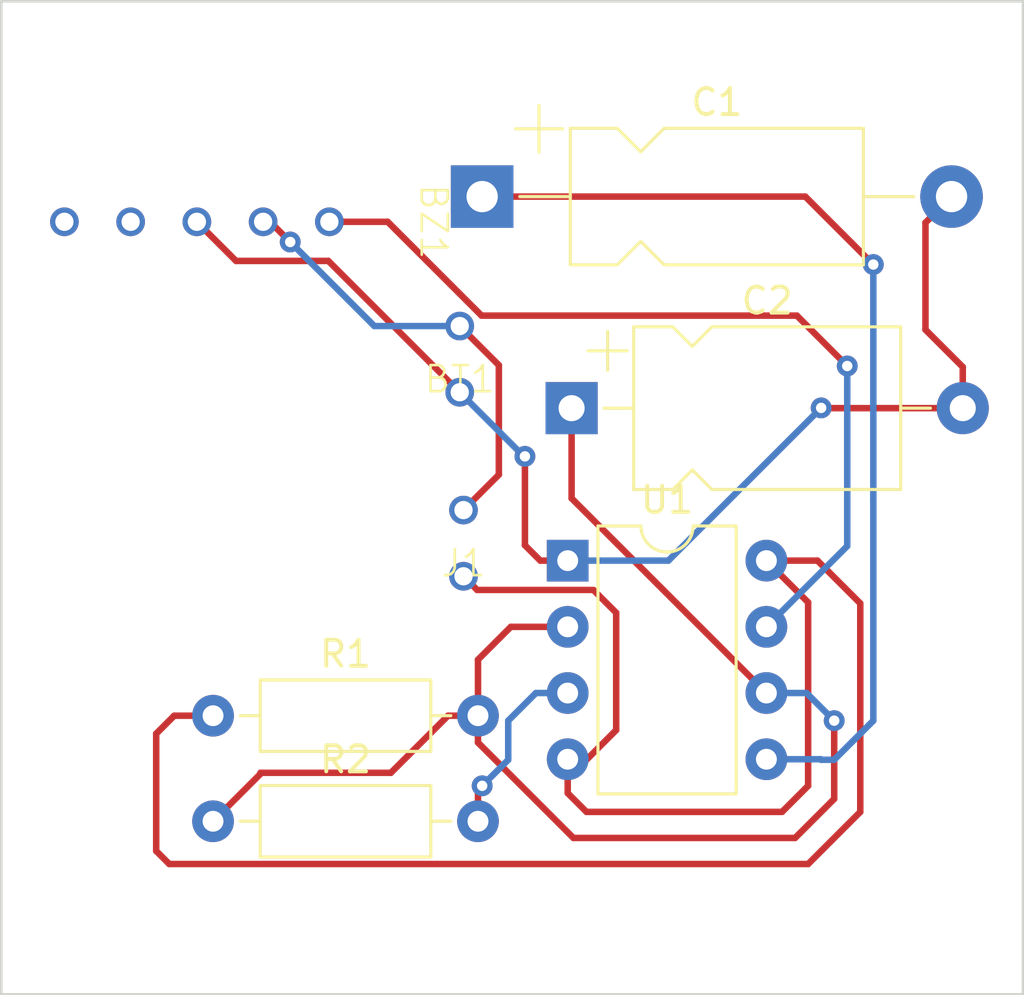
<source format=kicad_pcb>
(kicad_pcb (version 20240108) (generator "pcbnew") (generator_version "8.0")
  (layers (0 "F.Cu" signal) (31 "B.Cu" signal) (34 "B.Paste" user) (35 "F.Paste" user) (36 "B.SilkS" user "B.Silkscreen") (37 "F.SilkS" user "F.Silkscreen") (38 "B.Mask" user) (39 "F.Mask" user) (44 "Edge.Cuts" user))
  (net 0 "")
  (net 1 "Net-(U1-CV)")
  (net 2 "GND")
  (net 3 "Net-(U1-THR)")
  (net 4 "Net-(U1-Q)")
  (net 5 "/5V")
  (net 6 "Net-(BZ1-Aux)")
  (net 9 "Net-(J1-Pin_2)")
  (footprint "mylibrary:External_Connection_2pin" (layer "F.Cu") (at 142.5 81.04)
    (property "Reference" "BT1" (at 0 -0.5 0) (layer "F.SilkS") (effects (font (thickness 0.1))))
    (property "Value" "EXT_5V_Battery")
    (pad "1" thru_hole circle (at 0 -2.54) (size 1.1 1.1) (drill 0.7) (layers "*.Cu" "*.Mask") (net 5 "/5V"))
    (pad "2" thru_hole circle (at 0 0) (size 1.1 1.1) (drill 0.7) (layers "*.Cu" "*.Mask") (net 2 "GND"))
  )
  (footprint "Capacitor_THT:CP_Axial_L11.0mm_D5.0mm_P18.00mm_Horizontal" (layer "F.Cu") (at 143.36 73.5325)
    (property "Reference" "C1" (at 9 -3.62 0) (layer "F.SilkS"))
    (property "Value" "0.01 μF")
    (fp_line (start 1.28 -2.6) (end 3.08 -2.6) (stroke (width 0.12)) (layer "F.SilkS"))
    (fp_line (start 1.44 0) (end 3.38 0) (stroke (width 0.12)) (layer "F.SilkS"))
    (fp_line (start 2.18 -3.5) (end 2.18 -1.7) (stroke (width 0.12)) (layer "F.SilkS"))
    (fp_line (start 3.38 -2.62) (end 3.38 2.62) (stroke (width 0.12)) (layer "F.SilkS"))
    (fp_line (start 3.38 -2.62) (end 5.18 -2.62) (stroke (width 0.12)) (layer "F.SilkS"))
    (fp_line (start 3.38 2.62) (end 5.18 2.62) (stroke (width 0.12)) (layer "F.SilkS"))
    (fp_line (start 5.18 -2.62) (end 6.08 -1.72) (stroke (width 0.12)) (layer "F.SilkS"))
    (fp_line (start 5.18 2.62) (end 6.08 1.72) (stroke (width 0.12)) (layer "F.SilkS"))
    (fp_line (start 6.08 -1.72) (end 6.98 -2.62) (stroke (width 0.12)) (layer "F.SilkS"))
    (fp_line (start 6.08 1.72) (end 6.98 2.62) (stroke (width 0.12)) (layer "F.SilkS"))
    (fp_line (start 6.98 -2.62) (end 14.62 -2.62) (stroke (width 0.12)) (layer "F.SilkS"))
    (fp_line (start 6.98 2.62) (end 14.62 2.62) (stroke (width 0.12)) (layer "F.SilkS"))
    (fp_line (start 14.62 -2.62) (end 14.62 2.62) (stroke (width 0.12)) (layer "F.SilkS"))
    (fp_line (start 16.56 0) (end 14.62 0) (stroke (width 0.12)) (layer "F.SilkS"))
    (pad "1" thru_hole rect (at 0 0) (size 2.4 2.4) (drill 1.2) (layers "*.Cu" "*.Mask") (net 1 "Net-(U1-CV)"))
    (pad "2" thru_hole oval (at 18 0) (size 2.4 2.4) (drill 1.2) (layers "*.Cu" "*.Mask") (net 2 "GND"))
  )
  (footprint "Package_DIP:DIP-8_W7.62mm" (layer "F.Cu") (at 146.64 87.5)
    (property "Reference" "U1" (at 3.81 -2.33 0) (layer "F.SilkS"))
    (property "Value" "NE555P")
    (fp_line (start 1.16 -1.33) (end 1.16 8.95) (stroke (width 0.12)) (layer "F.SilkS"))
    (fp_line (start 1.16 8.95) (end 6.46 8.95) (stroke (width 0.12)) (layer "F.SilkS"))
    (fp_line (start 2.81 -1.33) (end 1.16 -1.33) (stroke (width 0.12)) (layer "F.SilkS"))
    (fp_line (start 6.46 -1.33) (end 4.81 -1.33) (stroke (width 0.12)) (layer "F.SilkS"))
    (fp_line (start 6.46 8.95) (end 6.46 -1.33) (stroke (width 0.12)) (layer "F.SilkS"))
    (fp_arc (start 4.81 -1.33) (mid 3.81 -0.33) (end 2.81 -1.33) (stroke (width 0.12)) (layer "F.SilkS"))
    (pad "1" thru_hole rect (at 0 0) (size 1.6 1.6) (drill 0.8) (layers "*.Cu" "*.Mask") (net 2 "GND"))
    (pad "2" thru_hole oval (at 0 2.54) (size 1.6 1.6) (drill 0.8) (layers "*.Cu" "*.Mask") (net 3 "Net-(U1-THR)"))
    (pad "3" thru_hole oval (at 0 5.08) (size 1.6 1.6) (drill 0.8) (layers "*.Cu" "*.Mask") (net 4 "Net-(U1-Q)"))
    (pad "4" thru_hole oval (at 0 7.62) (size 1.6 1.6) (drill 0.8) (layers "*.Cu" "*.Mask") (net 9 "Net-(J1-Pin_2)"))
    (pad "5" thru_hole oval (at 7.62 7.62) (size 1.6 1.6) (drill 0.8) (layers "*.Cu" "*.Mask") (net 1 "Net-(U1-CV)"))
    (pad "6" thru_hole oval (at 7.62 5.08) (size 1.6 1.6) (drill 0.8) (layers "*.Cu" "*.Mask") (net 3 "Net-(U1-THR)"))
    (pad "7" thru_hole oval (at 7.62 2.54) (size 1.6 1.6) (drill 0.8) (layers "*.Cu" "*.Mask") (net 6 "Net-(BZ1-Aux)"))
    (pad "8" thru_hole oval (at 7.62 0) (size 1.6 1.6) (drill 0.8) (layers "*.Cu" "*.Mask") (net 9 "Net-(J1-Pin_2)"))
  )
  (footprint "Resistor_THT:R_Axial_DIN0207_L6.3mm_D2.5mm_P10.16mm_Horizontal" (layer "F.Cu") (at 133.04 93.45)
    (property "Reference" "R1" (at 5.08 -2.37 0) (layer "F.SilkS"))
    (property "Value" "100 KΩ")
    (fp_line (start 1.04 0) (end 1.81 0) (stroke (width 0.12)) (layer "F.SilkS"))
    (fp_line (start 1.81 -1.37) (end 1.81 1.37) (stroke (width 0.12)) (layer "F.SilkS"))
    (fp_line (start 1.81 1.37) (end 8.35 1.37) (stroke (width 0.12)) (layer "F.SilkS"))
    (fp_line (start 8.35 -1.37) (end 1.81 -1.37) (stroke (width 0.12)) (layer "F.SilkS"))
    (fp_line (start 8.35 1.37) (end 8.35 -1.37) (stroke (width 0.12)) (layer "F.SilkS"))
    (fp_line (start 9.12 0) (end 8.35 0) (stroke (width 0.12)) (layer "F.SilkS"))
    (pad "1" thru_hole circle (at 0 0) (size 1.6 1.6) (drill 0.8) (layers "*.Cu" "*.Mask") (net 9 "Net-(J1-Pin_2)"))
    (pad "2" thru_hole oval (at 10.16 0) (size 1.6 1.6) (drill 0.8) (layers "*.Cu" "*.Mask") (net 3 "Net-(U1-THR)"))
  )
  (footprint "Resistor_THT:R_Axial_DIN0207_L6.3mm_D2.5mm_P10.16mm_Horizontal" (layer "F.Cu") (at 133.04 97.5)
    (property "Reference" "R2" (at 5.08 -2.37 0) (layer "F.SilkS"))
    (property "Value" "2.2 KΩ")
    (fp_line (start 1.04 0) (end 1.81 0) (stroke (width 0.12)) (layer "F.SilkS"))
    (fp_line (start 1.81 -1.37) (end 1.81 1.37) (stroke (width 0.12)) (layer "F.SilkS"))
    (fp_line (start 1.81 1.37) (end 8.35 1.37) (stroke (width 0.12)) (layer "F.SilkS"))
    (fp_line (start 8.35 -1.37) (end 1.81 -1.37) (stroke (width 0.12)) (layer "F.SilkS"))
    (fp_line (start 8.35 1.37) (end 8.35 -1.37) (stroke (width 0.12)) (layer "F.SilkS"))
    (fp_line (start 9.12 0) (end 8.35 0) (stroke (width 0.12)) (layer "F.SilkS"))
    (pad "1" thru_hole circle (at 0 0) (size 1.6 1.6) (drill 0.8) (layers "*.Cu" "*.Mask") (net 3 "Net-(U1-THR)"))
    (pad "2" thru_hole oval (at 10.16 0) (size 1.6 1.6) (drill 0.8) (layers "*.Cu" "*.Mask") (net 4 "Net-(U1-Q)"))
  )
  (footprint "mylibrary:Buzzer_Connection" (layer "F.Cu") (at 132.42 74.5 -90)
    (property "Reference" "BZ1" (at 0 -9.08 -90) (layer "F.SilkS") (effects (font (thickness 0.1))))
    (property "Value" "Buzzer")
    (pad "1" thru_hole circle (at 0 -5.08 270) (size 1.1 1.1) (drill 0.7) (layers "*.Cu" "*.Mask") (net 6 "Net-(BZ1-Aux)"))
    (pad "2" thru_hole circle (at 0 -2.54 270) (size 1.1 1.1) (drill 0.7) (layers "*.Cu" "*.Mask") (net 5 "/5V"))
    (pad "3" thru_hole circle (at 0 0 270) (size 1.1 1.1) (drill 0.7) (layers "*.Cu" "*.Mask") (net 2 "GND"))
    (pad "4" thru_hole circle (at 0 2.54 270) (size 1.1 1.1) (drill 0.7) (layers "*.Cu" "*.Mask"))
    (pad "5" thru_hole circle (at 0 5.08 270) (size 1.1 1.1) (drill 0.7) (layers "*.Cu" "*.Mask"))
  )
  (footprint "mylibrary:External_Connection_2pin" (layer "F.Cu") (at 142.64375 88.1)
    (property "Reference" "J1" (at 0 -0.5 0) (layer "F.SilkS") (effects (font (thickness 0.1))))
    (property "Value" "EXT_Switch")
    (pad "1" thru_hole circle (at 0 -2.54) (size 1.1 1.1) (drill 0.7) (layers "*.Cu" "*.Mask") (net 5 "/5V"))
    (pad "2" thru_hole circle (at 0 0) (size 1.1 1.1) (drill 0.7) (layers "*.Cu" "*.Mask") (net 9 "Net-(J1-Pin_2)"))
  )
  (footprint "Capacitor_THT:CP_Axial_L10.0mm_D6.0mm_P15.00mm_Horizontal" (layer "F.Cu") (at 146.79 81.65)
    (property "Reference" "C2" (at 7.5 -4.12 0) (layer "F.SilkS"))
    (property "Value" "1 μF")
    (fp_line (start 0.63 -2.2) (end 2.13 -2.2) (stroke (width 0.12)) (layer "F.SilkS"))
    (fp_line (start 1.24 0) (end 2.38 0) (stroke (width 0.12)) (layer "F.SilkS"))
    (fp_line (start 1.38 -2.95) (end 1.38 -1.45) (stroke (width 0.12)) (layer "F.SilkS"))
    (fp_line (start 2.38 -3.12) (end 2.38 3.12) (stroke (width 0.12)) (layer "F.SilkS"))
    (fp_line (start 2.38 -3.12) (end 3.88 -3.12) (stroke (width 0.12)) (layer "F.SilkS"))
    (fp_line (start 2.38 3.12) (end 3.88 3.12) (stroke (width 0.12)) (layer "F.SilkS"))
    (fp_line (start 3.88 -3.12) (end 4.63 -2.37) (stroke (width 0.12)) (layer "F.SilkS"))
    (fp_line (start 3.88 3.12) (end 4.63 2.37) (stroke (width 0.12)) (layer "F.SilkS"))
    (fp_line (start 4.63 -2.37) (end 5.38 -3.12) (stroke (width 0.12)) (layer "F.SilkS"))
    (fp_line (start 4.63 2.37) (end 5.38 3.12) (stroke (width 0.12)) (layer "F.SilkS"))
    (fp_line (start 5.38 -3.12) (end 12.62 -3.12) (stroke (width 0.12)) (layer "F.SilkS"))
    (fp_line (start 5.38 3.12) (end 12.62 3.12) (stroke (width 0.12)) (layer "F.SilkS"))
    (fp_line (start 12.62 -3.12) (end 12.62 3.12) (stroke (width 0.12)) (layer "F.SilkS"))
    (fp_line (start 13.76 0) (end 12.62 0) (stroke (width 0.12)) (layer "F.SilkS"))
    (pad "1" thru_hole rect (at 0 0) (size 2 2) (drill 1) (layers "*.Cu" "*.Mask") (net 3 "Net-(U1-THR)"))
    (pad "2" thru_hole oval (at 15 0) (size 2 2) (drill 1) (layers "*.Cu" "*.Mask") (net 2 "GND"))
  )
  (gr_rect (start 124.92 66.04) (end 164.1 104.14) (stroke (width 0.1)) (fill none) (layer "Edge.Cuts"))
  (segment (start 155.7525 73.5325) (end 143.36 73.5325) (width 0.25) (layer "F.Cu") (net 1))
  (segment (start 158.36 76.14) (end 155.7525 73.5325) (width 0.25) (layer "F.Cu") (net 1))
  (via (at 158.36 76.14) (size 0.8) (drill 0.4) (layers "F.Cu" "B.Cu") (net 1))
  (segment (start 158.36 85.14) (end 158.36 93.64) (width 0.25) (layer "B.Cu") (net 1))
  (segment (start 156.36 95.14) (end 156.34 95.12) (width 0.25) (layer "B.Cu") (net 1))
  (segment (start 156.34 95.12) (end 154.26 95.12) (width 0.25) (layer "B.Cu") (net 1))
  (segment (start 156.86 95.14) (end 156.36 95.14) (width 0.25) (layer "B.Cu") (net 1))
  (segment (start 158.36 76.14) (end 158.36 85.14) (width 0.25) (layer "B.Cu") (net 1))
  (segment (start 158.36 93.64) (end 156.86 95.14) (width 0.25) (layer "B.Cu") (net 1))
  (segment (start 145.59 87.5) (end 145 86.91) (width 0.25) (layer "F.Cu") (net 2))
  (segment (start 160.36 74.5325) (end 161.36 73.5325) (width 0.25) (layer "F.Cu") (net 2))
  (segment (start 133.92 76) (end 137.46 76) (width 0.25) (layer "F.Cu") (net 2))
  (segment (start 161.79 81.65) (end 161.85 81.65) (width 0.25) (layer "F.Cu") (net 2))
  (segment (start 142.560661 81.04) (end 142.5 81.04) (width 0.25) (layer "F.Cu") (net 2))
  (segment (start 160.36 78.64) (end 160.36 74.5325) (width 0.25) (layer "F.Cu") (net 2))
  (segment (start 161.85 81.65) (end 161.86 81.64) (width 0.25) (layer "F.Cu") (net 2))
  (segment (start 161.79 81.65) (end 161.79 80.07) (width 0.25) (layer "F.Cu") (net 2))
  (segment (start 161.79 80.07) (end 160.36 78.64) (width 0.25) (layer "F.Cu") (net 2))
  (segment (start 137.46 76) (end 142.5 81.04) (width 0.25) (layer "F.Cu") (net 2))
  (segment (start 145 86.91) (end 145 83.5) (width 0.25) (layer "F.Cu") (net 2))
  (segment (start 161.79 81.65) (end 156.37 81.65) (width 0.25) (layer "F.Cu") (net 2))
  (segment (start 156.37 81.65) (end 156.36 81.64) (width 0.25) (layer "F.Cu") (net 2))
  (segment (start 146.64 87.5) (end 145.59 87.5) (width 0.25) (layer "F.Cu") (net 2))
  (segment (start 132.42 74.5) (end 133.92 76) (width 0.25) (layer "F.Cu") (net 2))
  (via (at 145 83.5) (size 0.8) (drill 0.4) (layers "F.Cu" "B.Cu") (net 2))
  (via (at 156.36 81.64) (size 0.8) (drill 0.4) (layers "F.Cu" "B.Cu") (net 2))
  (segment (start 145 83.5) (end 144.96 83.5) (width 0.25) (layer "B.Cu") (net 2))
  (segment (start 156.36 81.64) (end 150.5 87.5) (width 0.25) (layer "B.Cu") (net 2))
  (segment (start 150.5 87.5) (end 146.64 87.5) (width 0.25) (layer "B.Cu") (net 2))
  (segment (start 144.96 83.5) (end 142.5 81.04) (width 0.25) (layer "B.Cu") (net 2))
  (segment (start 142.05 93.45) (end 139.86 95.64) (width 0.25) (layer "F.Cu") (net 3))
  (segment (start 143.2 93.45) (end 143.2 94.48) (width 0.25) (layer "F.Cu") (net 3))
  (segment (start 143.2 93.45) (end 142.05 93.45) (width 0.25) (layer "F.Cu") (net 3))
  (segment (start 156.86 96.64) (end 156.86 93.64) (width 0.25) (layer "F.Cu") (net 3))
  (segment (start 143.2 93.45) (end 143.2 91.3) (width 0.25) (layer "F.Cu") (net 3))
  (segment (start 146.79 85.11) (end 146.79 81.65) (width 0.25) (layer "F.Cu") (net 3))
  (segment (start 134.86 95.68) (end 133.04 97.5) (width 0.25) (layer "F.Cu") (net 3))
  (segment (start 143.2 94.48) (end 146.86 98.14) (width 0.25) (layer "F.Cu") (net 3))
  (segment (start 146.86 98.14) (end 155.36 98.14) (width 0.25) (layer "F.Cu") (net 3))
  (segment (start 154.26 92.58) (end 146.79 85.11) (width 0.25) (layer "F.Cu") (net 3))
  (segment (start 155.36 98.14) (end 156.86 96.64) (width 0.25) (layer "F.Cu") (net 3))
  (segment (start 133.04 97.5) (end 133 97.5) (width 0.25) (layer "F.Cu") (net 3))
  (segment (start 146.85 81.65) (end 146.86 81.64) (width 0.25) (layer "F.Cu") (net 3))
  (segment (start 134.86 95.64) (end 134.86 95.68) (width 0.25) (layer "F.Cu") (net 3))
  (segment (start 143.2 91.3) (end 144.46 90.04) (width 0.25) (layer "F.Cu") (net 3))
  (segment (start 144.46 90.04) (end 146.64 90.04) (width 0.25) (layer "F.Cu") (net 3))
  (segment (start 139.86 95.64) (end 134.86 95.64) (width 0.25) (layer "F.Cu") (net 3))
  (segment (start 146.79 81.65) (end 146.85 81.65) (width 0.25) (layer "F.Cu") (net 3))
  (via (at 156.86 93.64) (size 0.8) (drill 0.4) (layers "F.Cu" "B.Cu") (net 3))
  (segment (start 155.8 92.58) (end 154.26 92.58) (width 0.25) (layer "B.Cu") (net 3))
  (segment (start 156.86 93.64) (end 155.8 92.58) (width 0.25) (layer "B.Cu") (net 3))
  (segment (start 143.2 96.3) (end 143.36 96.14) (width 0.25) (layer "F.Cu") (net 4))
  (segment (start 143.2 97.5) (end 143.2 96.3) (width 0.25) (layer "F.Cu") (net 4))
  (via (at 143.36 96.14) (size 0.8) (drill 0.4) (layers "F.Cu" "B.Cu") (net 4))
  (segment (start 144.36 93.64) (end 145.42 92.58) (width 0.25) (layer "B.Cu") (net 4))
  (segment (start 143.36 96.14) (end 144.36 95.14) (width 0.25) (layer "B.Cu") (net 4))
  (segment (start 145.42 92.58) (end 146.64 92.58) (width 0.25) (layer "B.Cu") (net 4))
  (segment (start 144.36 95.14) (end 144.36 93.64) (width 0.25) (layer "B.Cu") (net 4))
  (segment (start 144 84.20375) (end 144 80) (width 0.25) (layer "F.Cu") (net 5))
  (segment (start 144 80) (end 142.5 78.5) (width 0.25) (layer "F.Cu") (net 5))
  (segment (start 142.64375 85.56) (end 144 84.20375) (width 0.25) (layer "F.Cu") (net 5))
  (segment (start 134.96 74.5) (end 135.225 74.5) (width 0.25) (layer "F.Cu") (net 5))
  (segment (start 135.225 74.5) (end 136 75.275) (width 0.25) (layer "F.Cu") (net 5))
  (via (at 136 75.275) (size 0.8) (drill 0.4) (layers "F.Cu" "B.Cu") (net 5))
  (segment (start 136 75.275) (end 139.225 78.5) (width 0.25) (layer "B.Cu") (net 5))
  (segment (start 139.225 78.5) (end 142.5 78.5) (width 0.25) (layer "B.Cu") (net 5))
  (segment (start 155.4275 78.1) (end 157.36 80.0325) (width 0.25) (layer "F.Cu") (net 6))
  (segment (start 137.5 74.5) (end 139.737437 74.5) (width 0.25) (layer "F.Cu") (net 6))
  (segment (start 143.337437 78.1) (end 155.4275 78.1) (width 0.25) (layer "F.Cu") (net 6))
  (segment (start 139.737437 74.5) (end 143.337437 78.1) (width 0.25) (layer "F.Cu") (net 6))
  (via (at 157.36 80.0325) (size 0.8) (drill 0.4) (layers "F.Cu" "B.Cu") (net 6))
  (segment (start 157.36 80.0325) (end 157.36 86.94) (width 0.25) (layer "B.Cu") (net 6))
  (segment (start 157.36 86.94) (end 154.26 90.04) (width 0.25) (layer "B.Cu") (net 6))
  (segment (start 155.86 96.14) (end 154.86 97.14) (width 0.25) (layer "F.Cu") (net 9))
  (segment (start 148.5 94) (end 147.38 95.12) (width 0.25) (layer "F.Cu") (net 9))
  (segment (start 147.38 95.12) (end 146.64 95.12) (width 0.25) (layer "F.Cu") (net 9))
  (segment (start 157.86 89.14) (end 156.22 87.5) (width 0.25) (layer "F.Cu") (net 9))
  (segment (start 155.86 89.1) (end 155.86 96.14) (width 0.25) (layer "F.Cu") (net 9))
  (segment (start 155.86 99.14) (end 157.86 97.14) (width 0.25) (layer "F.Cu") (net 9))
  (segment (start 154.86 97.14) (end 147.36 97.14) (width 0.25) (layer "F.Cu") (net 9))
  (segment (start 131.36 99.14) (end 155.86 99.14) (width 0.25) (layer "F.Cu") (net 9))
  (segment (start 133.04 93.45) (end 131.55 93.45) (width 0.25) (layer "F.Cu") (net 9))
  (segment (start 148.5 89.5) (end 147.625 88.625) (width 0.25) (layer "F.Cu") (net 9))
  (segment (start 148.5 94) (end 148.5 89.5) (width 0.25) (layer "F.Cu") (net 9))
  (segment (start 143.16875 88.625) (end 142.961948 88.418198) (width 0.25) (layer "F.Cu") (net 9))
  (segment (start 154.26 87.5) (end 155.86 89.1) (width 0.25) (layer "F.Cu") (net 9))
  (segment (start 130.86 94.14) (end 130.86 98.64) (width 0.25) (layer "F.Cu") (net 9))
  (segment (start 147.36 97.14) (end 146.64 96.42) (width 0.25) (layer "F.Cu") (net 9))
  (segment (start 131.55 93.45) (end 130.86 94.14) (width 0.25) (layer "F.Cu") (net 9))
  (segment (start 147.625 88.625) (end 143.16875 88.625) (width 0.25) (layer "F.Cu") (net 9))
  (segment (start 156.22 87.5) (end 154.26 87.5) (width 0.25) (layer "F.Cu") (net 9))
  (segment (start 130.86 98.64) (end 131.36 99.14) (width 0.25) (layer "F.Cu") (net 9))
  (segment (start 146.64 96.42) (end 146.64 95.12) (width 0.25) (layer "F.Cu") (net 9))
  (segment (start 157.86 97.14) (end 157.86 89.14) (width 0.25) (layer "F.Cu") (net 9))
)
</source>
